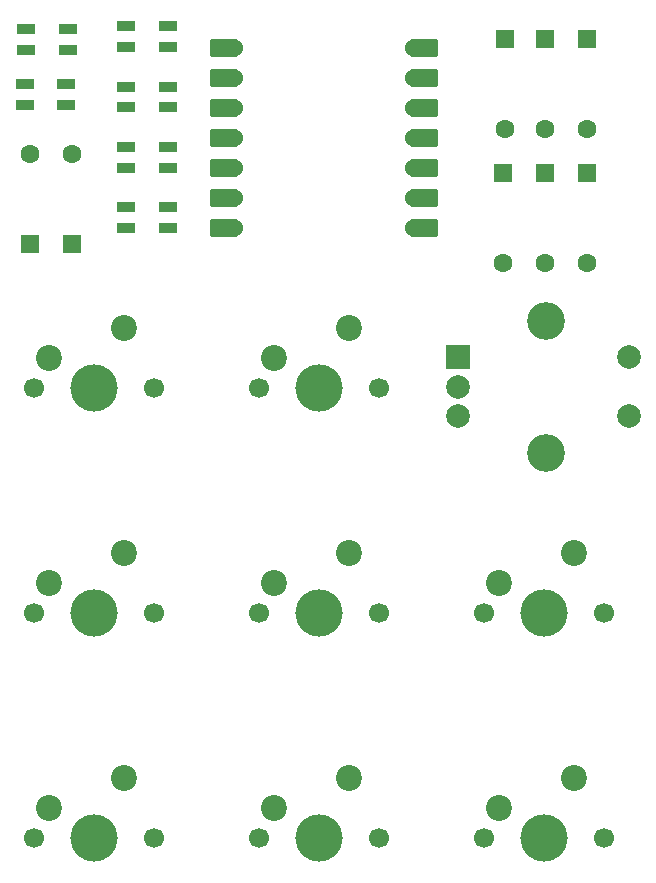
<source format=gbr>
%TF.GenerationSoftware,KiCad,Pcbnew,9.0.2*%
%TF.CreationDate,2025-08-01T00:08:25-07:00*%
%TF.ProjectId,macropad,6d616372-6f70-4616-942e-6b696361645f,rev?*%
%TF.SameCoordinates,Original*%
%TF.FileFunction,Soldermask,Top*%
%TF.FilePolarity,Negative*%
%FSLAX46Y46*%
G04 Gerber Fmt 4.6, Leading zero omitted, Abs format (unit mm)*
G04 Created by KiCad (PCBNEW 9.0.2) date 2025-08-01 00:08:25*
%MOMM*%
%LPD*%
G01*
G04 APERTURE LIST*
G04 Aperture macros list*
%AMRoundRect*
0 Rectangle with rounded corners*
0 $1 Rounding radius*
0 $2 $3 $4 $5 $6 $7 $8 $9 X,Y pos of 4 corners*
0 Add a 4 corners polygon primitive as box body*
4,1,4,$2,$3,$4,$5,$6,$7,$8,$9,$2,$3,0*
0 Add four circle primitives for the rounded corners*
1,1,$1+$1,$2,$3*
1,1,$1+$1,$4,$5*
1,1,$1+$1,$6,$7*
1,1,$1+$1,$8,$9*
0 Add four rect primitives between the rounded corners*
20,1,$1+$1,$2,$3,$4,$5,0*
20,1,$1+$1,$4,$5,$6,$7,0*
20,1,$1+$1,$6,$7,$8,$9,0*
20,1,$1+$1,$8,$9,$2,$3,0*%
G04 Aperture macros list end*
%ADD10R,1.600000X0.850000*%
%ADD11C,1.600000*%
%ADD12RoundRect,0.250000X-0.550000X0.550000X-0.550000X-0.550000X0.550000X-0.550000X0.550000X0.550000X0*%
%ADD13RoundRect,0.250000X0.550000X-0.550000X0.550000X0.550000X-0.550000X0.550000X-0.550000X-0.550000X0*%
%ADD14RoundRect,0.152400X1.063600X0.609600X-1.063600X0.609600X-1.063600X-0.609600X1.063600X-0.609600X0*%
%ADD15C,1.524000*%
%ADD16RoundRect,0.152400X-1.063600X-0.609600X1.063600X-0.609600X1.063600X0.609600X-1.063600X0.609600X0*%
%ADD17C,1.700000*%
%ADD18C,4.000000*%
%ADD19C,2.200000*%
%ADD20R,2.000000X2.000000*%
%ADD21C,2.000000*%
%ADD22C,3.200000*%
G04 APERTURE END LIST*
D10*
%TO.C,D3*%
X72872500Y-50290000D03*
X72872500Y-52040000D03*
X69372500Y-52040000D03*
X69372500Y-50290000D03*
%TD*%
%TO.C,D2*%
X60900000Y-52325000D03*
X60900000Y-50575000D03*
X64400000Y-50575000D03*
X64400000Y-52325000D03*
%TD*%
%TO.C,D4*%
X72872500Y-55410000D03*
X72872500Y-57160000D03*
X69372500Y-57160000D03*
X69372500Y-55410000D03*
%TD*%
%TO.C,D5*%
X72872500Y-60530000D03*
X72872500Y-62280000D03*
X69372500Y-62280000D03*
X69372500Y-60530000D03*
%TD*%
%TO.C,D6*%
X72872500Y-65650000D03*
X72872500Y-67400000D03*
X69372500Y-67400000D03*
X69372500Y-65650000D03*
%TD*%
%TO.C,D1*%
X64300000Y-55200000D03*
X64300000Y-56950000D03*
X60800000Y-56950000D03*
X60800000Y-55200000D03*
%TD*%
D11*
%TO.C,D13*%
X108400000Y-59010000D03*
D12*
X108400000Y-51390000D03*
%TD*%
D11*
%TO.C,D14*%
X104850000Y-59010000D03*
D12*
X104850000Y-51390000D03*
%TD*%
D11*
%TO.C,D12*%
X101300000Y-70370000D03*
D12*
X101300000Y-62750000D03*
%TD*%
D11*
%TO.C,D7*%
X64750000Y-61140000D03*
D13*
X64750000Y-68760000D03*
%TD*%
D11*
%TO.C,D9*%
X101450000Y-59010000D03*
D12*
X101450000Y-51390000D03*
%TD*%
D11*
%TO.C,D10*%
X108400000Y-70370000D03*
D12*
X108400000Y-62750000D03*
%TD*%
D11*
%TO.C,D8*%
X61250000Y-61140000D03*
D13*
X61250000Y-68760000D03*
%TD*%
D11*
%TO.C,D11*%
X104850000Y-70370000D03*
D12*
X104850000Y-62750000D03*
%TD*%
D14*
%TO.C,U1*%
X77635000Y-52160000D03*
D15*
X78470000Y-52160000D03*
D14*
X77635000Y-54700000D03*
D15*
X78470000Y-54700000D03*
D14*
X77635000Y-57240000D03*
D15*
X78470000Y-57240000D03*
D14*
X77635000Y-59780000D03*
D15*
X78470000Y-59780000D03*
D14*
X77635000Y-62320000D03*
D15*
X78470000Y-62320000D03*
D14*
X77635000Y-64860000D03*
D15*
X78470000Y-64860000D03*
D14*
X77635000Y-67400000D03*
D15*
X78470000Y-67400000D03*
X93710000Y-67400000D03*
D16*
X94545000Y-67400000D03*
D15*
X93710000Y-64860000D03*
D16*
X94545000Y-64860000D03*
D15*
X93710000Y-62320000D03*
D16*
X94545000Y-62320000D03*
D15*
X93710000Y-59780000D03*
D16*
X94545000Y-59780000D03*
D15*
X93710000Y-57240000D03*
D16*
X94545000Y-57240000D03*
D15*
X93710000Y-54700000D03*
D16*
X94545000Y-54700000D03*
D15*
X93710000Y-52160000D03*
D16*
X94545000Y-52160000D03*
%TD*%
D17*
%TO.C,SW9*%
X99695000Y-119062500D03*
D18*
X104775000Y-119062500D03*
D17*
X109855000Y-119062500D03*
D19*
X107315000Y-113982500D03*
X100965000Y-116522500D03*
%TD*%
D17*
%TO.C,SW8*%
X99695000Y-100012500D03*
D18*
X104775000Y-100012500D03*
D17*
X109855000Y-100012500D03*
D19*
X107315000Y-94932500D03*
X100965000Y-97472500D03*
%TD*%
D17*
%TO.C,SW3*%
X80645000Y-100012500D03*
D18*
X85725000Y-100012500D03*
D17*
X90805000Y-100012500D03*
D19*
X88265000Y-94932500D03*
X81915000Y-97472500D03*
%TD*%
D17*
%TO.C,SW1*%
X61595000Y-80962500D03*
D18*
X66675000Y-80962500D03*
D17*
X71755000Y-80962500D03*
D19*
X69215000Y-75882500D03*
X62865000Y-78422500D03*
%TD*%
D17*
%TO.C,SW6*%
X80645000Y-119062500D03*
D18*
X85725000Y-119062500D03*
D17*
X90805000Y-119062500D03*
D19*
X88265000Y-113982500D03*
X81915000Y-116522500D03*
%TD*%
D17*
%TO.C,SW4*%
X61595000Y-100012500D03*
D18*
X66675000Y-100012500D03*
D17*
X71755000Y-100012500D03*
D19*
X69215000Y-94932500D03*
X62865000Y-97472500D03*
%TD*%
D17*
%TO.C,SW5*%
X61595000Y-119062500D03*
D18*
X66675000Y-119062500D03*
D17*
X71755000Y-119062500D03*
D19*
X69215000Y-113982500D03*
X62865000Y-116522500D03*
%TD*%
D17*
%TO.C,SW2*%
X80645000Y-80962500D03*
D18*
X85725000Y-80962500D03*
D17*
X90805000Y-80962500D03*
D19*
X88265000Y-75882500D03*
X81915000Y-78422500D03*
%TD*%
D20*
%TO.C,SW7*%
X97418750Y-78343750D03*
D21*
X97418750Y-83343750D03*
X97418750Y-80843750D03*
D22*
X104918750Y-75243750D03*
X104918750Y-86443750D03*
D21*
X111918750Y-83343750D03*
X111918750Y-78343750D03*
%TD*%
M02*

</source>
